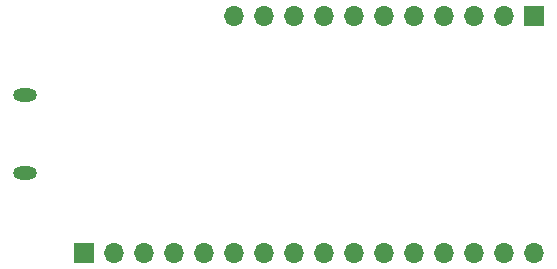
<source format=gbr>
%TF.GenerationSoftware,KiCad,Pcbnew,7.0.1-0*%
%TF.CreationDate,2024-01-09T13:00:13-05:00*%
%TF.ProjectId,nRF52_sandbox,6e524635-325f-4736-916e-64626f782e6b,rev?*%
%TF.SameCoordinates,Original*%
%TF.FileFunction,Soldermask,Bot*%
%TF.FilePolarity,Negative*%
%FSLAX46Y46*%
G04 Gerber Fmt 4.6, Leading zero omitted, Abs format (unit mm)*
G04 Created by KiCad (PCBNEW 7.0.1-0) date 2024-01-09 13:00:13*
%MOMM*%
%LPD*%
G01*
G04 APERTURE LIST*
%ADD10R,1.700000X1.700000*%
%ADD11O,1.700000X1.700000*%
%ADD12O,2.004000X1.104000*%
G04 APERTURE END LIST*
D10*
%TO.C,J4*%
X134550000Y-78500000D03*
D11*
X132010000Y-78500000D03*
X129470000Y-78500000D03*
X126930000Y-78500000D03*
X124390000Y-78500000D03*
X121850000Y-78500000D03*
X119310000Y-78500000D03*
X116770000Y-78500000D03*
X114230000Y-78500000D03*
X111690000Y-78500000D03*
X109150000Y-78500000D03*
%TD*%
D12*
%TO.C,J1*%
X91500000Y-85200000D03*
X91500000Y-91800000D03*
%TD*%
D10*
%TO.C,J3*%
X96470000Y-98500000D03*
D11*
X99010000Y-98500000D03*
X101550000Y-98500000D03*
X104090000Y-98500000D03*
X106630000Y-98500000D03*
X109170000Y-98500000D03*
X111710000Y-98500000D03*
X114250000Y-98500000D03*
X116790000Y-98500000D03*
X119330000Y-98500000D03*
X121870000Y-98500000D03*
X124410000Y-98500000D03*
X126950000Y-98500000D03*
X129490000Y-98500000D03*
X132030000Y-98500000D03*
X134570000Y-98500000D03*
%TD*%
M02*

</source>
